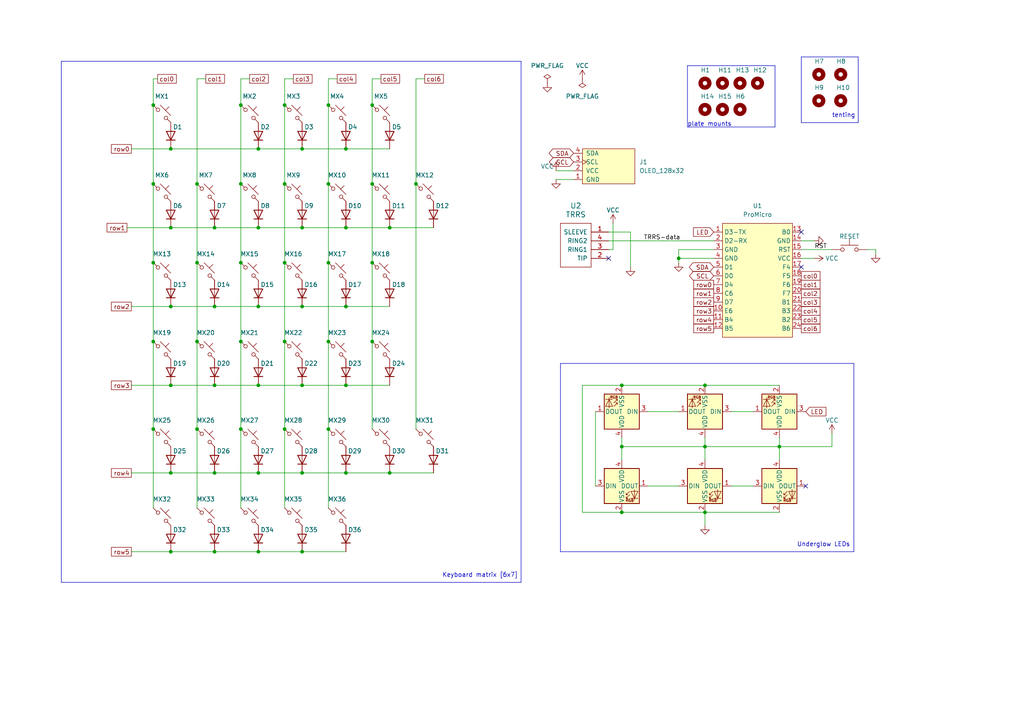
<source format=kicad_sch>
(kicad_sch (version 20230121) (generator eeschema)
  (paper "A4")
  (title_block (title "Fat-o-Tesa-Left") (rev "v0.2"))
  (lib_symbols
    (symbol "LED:SK6812MINI" (pin_names (offset 0.254))
      (property "Reference" "D" (at 5.08 5.715 0))
      (property "Value" "SK6812MINI" (at 1.27 -5.715 0))
      (symbol "SK6812MINI_0_0"
        (text "RGB" (at 2.286 -4.191 0) (effects (font (size 0.762 0.762))))
      )
      (symbol "SK6812MINI_0_1"
        (polyline (pts (xy 1.27 -3.556) (xy 1.778 -3.556)))
        (polyline (pts (xy 1.27 -2.54) (xy 1.778 -2.54)))
        (polyline (pts (xy 4.699 -3.556) (xy 2.667 -3.556)))
        (polyline (pts (xy 2.286 -2.54) (xy 1.27 -3.556) (xy 1.27 -3.048)))
        (polyline (pts (xy 2.286 -1.524) (xy 1.27 -2.54) (xy 1.27 -2.032)))
        (polyline (pts (xy 3.683 -1.016) (xy 3.683 -3.556) (xy 3.683 -4.064)))
        (polyline (pts (xy 4.699 -1.524) (xy 2.667 -1.524) (xy 3.683 -3.556) (xy 4.699 -1.524)))
        (rectangle (start 5.08 5.08) (end -5.08 -5.08) (stroke (width 0.254)) (fill (type background)))
      )
      (symbol "SK6812MINI_1_1"
        (pin output line (at 7.62 0 180) (length 2.54) (name "DOUT") (number "1"))
        (pin power_in line (at 0 -7.62 90) (length 2.54) (name "VSS") (number "2"))
        (pin input line (at -7.62 0 0) (length 2.54) (name "DIN") (number "3"))
        (pin power_in line (at 0 7.62 270) (length 2.54) (name "VDD") (number "4"))
      )
    )
    (symbol "Mechanical:MountingHole" (pin_names (offset 1.016))
      (property "Reference" "H" (at 0 5.08 0))
      (property "Value" "MountingHole" (at 0 3.175 0))
      (symbol "MountingHole_0_1"
        (circle (center 0 0) (radius 1.27) (stroke (width 1.27)))
      )
    )
    (symbol "ScottoKeebs:OLED_128x32" (pin_names (offset 1.016))
      (property "Reference" "J" (at 0 -6.35 0))
      (property "Value" "OLED_128x32" (at 0 6.35 0))
      (symbol "OLED_128x32_0_1"
        (rectangle (start 0 5.08) (end 15.24 -5.08) (fill (type background)))
      )
      (symbol "OLED_128x32_1_1"
        (pin power_in line (at -2.54 -3.81 0) (length 2.54) (name "GND") (number "1"))
        (pin power_in line (at -2.54 -1.27 0) (length 2.54) (name "VCC") (number "2"))
        (pin input clock (at -2.54 1.27 0) (length 2.54) (name "SCL") (number "3"))
        (pin bidirectional line (at -2.54 3.81 0) (length 2.54) (name "SDA") (number "4"))
      )
    )
    (symbol "ScottoKeebs:Placeholder_Diode" (pin_numbers hide) (pin_names hide)
      (property "Reference" "D" (at 0 2.54 0))
      (property "Value" "Diode" (at 0 -2.54 0))
      (symbol "Placeholder_Diode_0_1"
        (polyline (pts (xy -1.27 1.27) (xy -1.27 -1.27)) (stroke (width 0.254)))
        (polyline (pts (xy 1.27 0) (xy -1.27 0)))
        (polyline (pts (xy 1.27 1.27) (xy 1.27 -1.27) (xy -1.27 0) (xy 1.27 1.27)) (stroke (width 0.254)))
      )
      (symbol "Placeholder_Diode_1_1"
        (pin passive line (at -3.81 0 0) (length 2.54) (name "K") (number "1"))
        (pin passive line (at 3.81 0 180) (length 2.54) (name "A") (number "2"))
      )
    )
    (symbol "ScottoKeebs:Placeholder_TRRS" (pin_names (offset 1.016))
      (property "Reference" "U" (at 0 15.24 0))
      (property "Value" "TRRS" (at 0 -2.54 0))
      (symbol "Placeholder_TRRS_0_1"
        (rectangle (start -3.81 0) (end -3.81 12.7))
        (rectangle (start -3.81 0) (end 5.08 0))
        (rectangle (start -3.81 12.7) (end 5.08 12.7))
        (rectangle (start 5.08 12.7) (end 5.08 0))
      )
      (symbol "Placeholder_TRRS_1_1"
        (pin input line (at -8.89 2.54 0) (length 5.08) (name "SLEEVE") (number "1"))
        (pin input line (at -8.89 10.16 0) (length 5.08) (name "TIP") (number "2"))
        (pin input line (at -8.89 7.62 0) (length 5.08) (name "RING1") (number "3"))
        (pin input line (at -8.89 5.08 0) (length 5.08) (name "RING2") (number "4"))
      )
    )
    (symbol "Switch:SW_Push" (pin_numbers hide) (pin_names (offset 1.016) hide)
      (property "Reference" "SW" (at 1.27 2.54 0))
      (property "Value" "SW_Push" (at 0 -1.524 0))
      (symbol "SW_Push_0_1"
        (circle (center -2.032 0) (radius 0.508))
        (polyline (pts (xy 0 1.27) (xy 0 3.048)))
        (polyline (pts (xy 2.54 1.27) (xy -2.54 1.27)))
        (circle (center 2.032 0) (radius 0.508))
        (pin passive line (at -5.08 0 0) (length 2.54) (name "1") (number "1"))
        (pin passive line (at 5.08 0 180) (length 2.54) (name "2") (number "2"))
      )
    )
    (symbol "marbastlib-mx:MX_SW_HS" (pin_numbers hide) (pin_names (offset 1.016) hide)
      (property "Reference" "MX" (at 3.048 1.016 0))
      (property "Value" "MX_SW_HS" (at 0 -3.81 0))
      (symbol "MX_SW_HS_0_1"
        (circle (center -1.1684 1.1684) (radius 0.508))
        (polyline (pts (xy -0.508 2.54) (xy 2.54 -0.508)))
        (polyline (pts (xy 1.016 1.016) (xy 2.032 2.032)))
        (polyline (pts (xy -2.54 2.54) (xy -1.524 1.524) (xy -1.524 1.524)))
        (polyline (pts (xy 1.524 -1.524) (xy 2.54 -2.54) (xy 2.54 -2.54) (xy 2.54 -2.54)))
        (circle (center 1.143 -1.1938) (radius 0.508))
        (pin passive line (at -2.54 2.54 0) (length 0) (name "1") (number "1"))
        (pin passive line (at 2.54 -2.54 180) (length 0) (name "2") (number "2"))
      )
    )
    (symbol "power:GND" (power) (pin_names (offset 0))
      (property "Value" "GND" (at 0 -3.81 0))
      (symbol "GND_0_1"
        (polyline (pts (xy 0 0) (xy 0 -1.27) (xy 1.27 -1.27) (xy 0 -2.54) (xy -1.27 -1.27) (xy 0 -1.27)))
      )
      (symbol "GND_1_1"
        (pin power_in line (at 0 0 270) (length 0) hide (name "GND") (number "1"))
      )
    )
    (symbol "power:PWR_FLAG" (power) (pin_numbers hide) (pin_names (offset 0) hide)
      (property "Value" "PWR_FLAG" (at 0 3.81 0))
      (symbol "PWR_FLAG_0_0"
        (pin power_out line (at 0 0 90) (length 0) (name "pwr") (number "1"))
      )
      (symbol "PWR_FLAG_0_1"
        (polyline (pts (xy 0 0) (xy 0 1.27) (xy -1.016 1.905) (xy 0 2.54) (xy 1.016 1.905) (xy 0 1.27)))
      )
    )
    (symbol "power:VCC" (power) (pin_names (offset 0))
      (property "Value" "VCC" (at 0 3.81 0))
      (symbol "VCC_0_1"
        (polyline (pts (xy -0.762 1.27) (xy 0 2.54)))
        (polyline (pts (xy 0 0) (xy 0 2.54)))
        (polyline (pts (xy 0 2.54) (xy 0.762 1.27)))
      )
      (symbol "VCC_1_1"
        (pin power_in line (at 0 0 90) (length 0) hide (name "VCC") (number "1"))
      )
    )
    (symbol "stefang:Arduino_ProMicro_GND_VCC_PWR_INPUTS" (in_bom no)
      (property "Reference" "U2" (at 8.89 17.78 0))
      (property "Value" "ProMicro" (at 6.35 -17.78 0))
      (symbol "Arduino_ProMicro_GND_VCC_PWR_INPUTS_0_0"
        (pin bidirectional line (at -12.7 13.97 0) (length 2.54) (name "D3-TX") (number "1"))
        (pin bidirectional line (at -12.7 -8.89 0) (length 2.54) (name "E6") (number "10"))
        (pin bidirectional line (at -12.7 -11.43 0) (length 2.54) (name "B4") (number "11"))
        (pin bidirectional line (at -12.7 -13.97 0) (length 2.54) (name "B5") (number "12"))
        (pin bidirectional line (at 12.7 8.89 180) (length 2.54) (name "RST") (number "15"))
        (pin bidirectional line (at 12.7 3.81 180) (length 2.54) (name "F4") (number "17"))
        (pin bidirectional line (at 12.7 1.27 180) (length 2.54) (name "F5") (number "18"))
        (pin bidirectional line (at 12.7 -1.27 180) (length 2.54) (name "F6") (number "19"))
        (pin bidirectional line (at -12.7 11.43 0) (length 2.54) (name "D2-RX") (number "2"))
        (pin bidirectional line (at 12.7 -3.81 180) (length 2.54) (name "F7") (number "20"))
        (pin bidirectional line (at 12.7 -6.35 180) (length 2.54) (name "B1") (number "21"))
        (pin bidirectional line (at 12.7 -8.89 180) (length 2.54) (name "B3") (number "22"))
        (pin bidirectional line (at 12.7 -11.43 180) (length 2.54) (name "B2") (number "23"))
        (pin bidirectional line (at 12.7 -13.97 180) (length 2.54) (name "B6") (number "24"))
        (pin bidirectional line (at -12.7 3.81 0) (length 2.54) (name "D1") (number "5"))
        (pin bidirectional line (at -12.7 1.27 0) (length 2.54) (name "D0") (number "6"))
        (pin bidirectional line (at -12.7 -1.27 0) (length 2.54) (name "D4") (number "7"))
        (pin bidirectional line (at -12.7 -3.81 0) (length 2.54) (name "C6") (number "8"))
        (pin bidirectional line (at -12.7 -6.35 0) (length 2.54) (name "D7") (number "9"))
      )
      (symbol "Arduino_ProMicro_GND_VCC_PWR_INPUTS_1_0"
        (pin bidirectional line (at 12.7 13.97 180) (length 2.54) (name "B0") (number "13"))
        (pin power_in line (at 12.7 11.43 180) (length 2.54) (name "GND") (number "14"))
        (pin power_in line (at 12.7 6.35 180) (length 2.54) (name "VCC") (number "16"))
        (pin power_in line (at -12.7 8.89 0) (length 2.54) (name "GND") (number "3"))
        (pin power_in line (at -12.7 6.35 0) (length 2.54) (name "GND") (number "4"))
      )
      (symbol "Arduino_ProMicro_GND_VCC_PWR_INPUTS_1_1"
        (rectangle (start -10.16 16.51) (end 10.16 -16.51) (fill (type background)))
      )
    )
  )
  (junction (at 57.15 99.06))
  (junction (at 44.45 30.48))
  (junction (at 74.93 160.02))
  (junction (at 74.93 137.16))
  (junction (at 69.85 53.34))
  (junction (at 62.23 111.76))
  (junction (at 62.23 66.04))
  (junction (at 74.93 43.18))
  (junction (at 69.85 76.2))
  (junction (at 57.15 53.34))
  (junction (at 180.34 148.59))
  (junction (at 82.55 124.46))
  (junction (at 82.55 30.48))
  (junction (at 113.03 66.04))
  (junction (at 87.63 137.16))
  (junction (at 74.93 66.04))
  (junction (at 100.33 88.9))
  (junction (at 87.63 160.02))
  (junction (at 95.25 99.06))
  (junction (at 44.45 99.06))
  (junction (at 87.63 66.04))
  (junction (at 74.93 111.76))
  (junction (at 204.47 148.59))
  (junction (at 87.63 43.18))
  (junction (at 74.93 88.9))
  (junction (at 226.06 129.54))
  (junction (at 87.63 88.9))
  (junction (at 95.25 53.34))
  (junction (at 49.53 160.02))
  (junction (at 100.33 137.16))
  (junction (at 204.47 129.54))
  (junction (at 107.95 53.34))
  (junction (at 107.95 30.48))
  (junction (at 95.25 76.2))
  (junction (at 49.53 43.18))
  (junction (at 95.25 30.48))
  (junction (at 49.53 88.9))
  (junction (at 49.53 111.76))
  (junction (at 120.65 53.34))
  (junction (at 69.85 124.46))
  (junction (at 57.15 76.2))
  (junction (at 82.55 53.34))
  (junction (at 180.34 129.54))
  (junction (at 44.45 124.46))
  (junction (at 49.53 66.04))
  (junction (at 100.33 66.04))
  (junction (at 62.23 88.9))
  (junction (at 62.23 137.16))
  (junction (at 107.95 99.06))
  (junction (at 57.15 124.46))
  (junction (at 49.53 137.16))
  (junction (at 107.95 76.2))
  (junction (at 100.33 111.76))
  (junction (at 82.55 76.2))
  (junction (at 62.23 160.02))
  (junction (at 69.85 30.48))
  (junction (at 44.45 76.2))
  (junction (at 95.25 124.46))
  (junction (at 196.85 74.93))
  (junction (at 82.55 99.06))
  (junction (at 87.63 111.76))
  (junction (at 69.85 99.06))
  (junction (at 113.03 137.16))
  (junction (at 180.34 111.76))
  (junction (at 100.33 43.18))
  (junction (at 44.45 53.34))
  (junction (at 204.47 111.76))
  (no_connect (at 232.41 67.31))
  (no_connect (at 176.53 74.93))
  (no_connect (at 233.68 140.97))
  (no_connect (at 232.41 77.47))
  (wire (pts (xy 49.53 160.02) (xy 62.23 160.02)))
  (wire (pts (xy 62.23 137.16) (xy 74.93 137.16)))
  (polyline (pts (xy 232.41 35.56) (xy 248.92 35.56)))
  (wire (pts (xy 226.06 129.54) (xy 226.06 133.35)))
  (wire (pts (xy 172.72 119.38) (xy 172.72 140.97)))
  (wire (pts (xy 236.22 69.85) (xy 232.41 69.85)))
  (wire (pts (xy 226.06 127) (xy 226.06 129.54)))
  (wire (pts (xy 44.45 30.48) (xy 44.45 53.34)))
  (wire (pts (xy 180.34 129.54) (xy 180.34 133.35)))
  (wire (pts (xy 82.55 76.2) (xy 82.55 99.06)))
  (wire (pts (xy 241.3 125.73) (xy 241.3 129.54)))
  (wire (pts (xy 95.25 76.2) (xy 95.25 99.06)))
  (wire (pts (xy 187.96 119.38) (xy 196.85 119.38)))
  (wire (pts (xy 69.85 124.46) (xy 69.85 147.32)))
  (wire (pts (xy 87.63 88.9) (xy 100.33 88.9)))
  (polyline (pts (xy 199.39 36.83) (xy 224.79 36.83)))
  (polyline (pts (xy 247.65 105.41) (xy 162.56 105.41)))
  (wire (pts (xy 180.34 127) (xy 180.34 129.54)))
  (polyline (pts (xy 199.39 19.05) (xy 224.79 19.05)))
  (wire (pts (xy 100.33 66.04) (xy 87.63 66.04)))
  (wire (pts (xy 120.65 22.86) (xy 120.65 53.34)))
  (wire (pts (xy 251.46 72.39) (xy 254 72.39)))
  (wire (pts (xy 226.06 148.59) (xy 204.47 148.59)))
  (wire (pts (xy 57.15 53.34) (xy 57.15 76.2)))
  (wire (pts (xy 62.23 88.9) (xy 74.93 88.9)))
  (wire (pts (xy 87.63 43.18) (xy 100.33 43.18)))
  (wire (pts (xy 180.34 129.54) (xy 204.47 129.54)))
  (wire (pts (xy 69.85 30.48) (xy 69.85 53.34)))
  (polyline (pts (xy 232.41 16.51) (xy 232.41 35.56)))
  (polyline (pts (xy 247.65 160.02) (xy 247.65 105.41)))
  (wire (pts (xy 204.47 127) (xy 204.47 129.54)))
  (wire (pts (xy 44.45 22.86) (xy 44.45 30.48)))
  (wire (pts (xy 204.47 129.54) (xy 226.06 129.54)))
  (wire (pts (xy 45.72 22.86) (xy 44.45 22.86)))
  (wire (pts (xy 120.65 53.34) (xy 120.65 124.46)))
  (wire (pts (xy 49.53 88.9) (xy 62.23 88.9)))
  (wire (pts (xy 176.53 69.85) (xy 207.01 69.85)))
  (wire (pts (xy 44.45 53.34) (xy 44.45 76.2)))
  (wire (pts (xy 180.34 111.76) (xy 204.47 111.76)))
  (wire (pts (xy 254 72.39) (xy 254 73.66)))
  (wire (pts (xy 74.93 66.04) (xy 62.23 66.04)))
  (wire (pts (xy 182.88 67.31) (xy 182.88 77.47)))
  (wire (pts (xy 82.55 22.86) (xy 82.55 30.48)))
  (wire (pts (xy 100.33 137.16) (xy 113.03 137.16)))
  (wire (pts (xy 123.19 22.86) (xy 120.65 22.86)))
  (wire (pts (xy 74.93 160.02) (xy 87.63 160.02)))
  (wire (pts (xy 57.15 124.46) (xy 57.15 147.32)))
  (polyline (pts (xy 162.56 160.02) (xy 247.65 160.02)))
  (wire (pts (xy 57.15 99.06) (xy 57.15 124.46)))
  (wire (pts (xy 95.25 22.86) (xy 95.25 30.48)))
  (wire (pts (xy 95.25 124.46) (xy 95.25 147.32)))
  (wire (pts (xy 82.55 124.46) (xy 82.55 147.32)))
  (wire (pts (xy 107.95 53.34) (xy 107.95 76.2)))
  (wire (pts (xy 74.93 43.18) (xy 87.63 43.18)))
  (wire (pts (xy 107.95 76.2) (xy 107.95 99.06)))
  (polyline (pts (xy 199.39 19.05) (xy 199.39 36.83)))
  (polyline (pts (xy 224.79 36.83) (xy 224.79 19.05)))
  (wire (pts (xy 44.45 124.46) (xy 44.45 147.32)))
  (wire (pts (xy 187.96 140.97) (xy 196.85 140.97)))
  (wire (pts (xy 38.1 43.18) (xy 49.53 43.18)))
  (wire (pts (xy 74.93 88.9) (xy 87.63 88.9)))
  (wire (pts (xy 207.01 74.93) (xy 196.85 74.93)))
  (wire (pts (xy 62.23 66.04) (xy 49.53 66.04)))
  (wire (pts (xy 87.63 160.02) (xy 100.33 160.02)))
  (wire (pts (xy 204.47 129.54) (xy 204.47 133.35)))
  (wire (pts (xy 74.93 137.16) (xy 87.63 137.16)))
  (wire (pts (xy 176.53 72.39) (xy 177.8 72.39)))
  (wire (pts (xy 113.03 66.04) (xy 100.33 66.04)))
  (wire (pts (xy 69.85 22.86) (xy 69.85 30.48)))
  (wire (pts (xy 95.25 99.06) (xy 95.25 124.46)))
  (wire (pts (xy 57.15 22.86) (xy 57.15 53.34)))
  (polyline (pts (xy 17.78 17.78) (xy 151.13 17.78)))
  (wire (pts (xy 212.09 140.97) (xy 218.44 140.97)))
  (wire (pts (xy 161.29 52.07) (xy 166.37 52.07)))
  (wire (pts (xy 204.47 111.76) (xy 226.06 111.76)))
  (polyline (pts (xy 232.41 16.51) (xy 248.92 16.51)))
  (wire (pts (xy 161.29 49.53) (xy 166.37 49.53)))
  (wire (pts (xy 74.93 111.76) (xy 87.63 111.76)))
  (wire (pts (xy 38.1 160.02) (xy 49.53 160.02)))
  (wire (pts (xy 196.85 74.93) (xy 196.85 76.2)))
  (wire (pts (xy 87.63 66.04) (xy 74.93 66.04)))
  (polyline (pts (xy 17.78 17.78) (xy 17.78 168.91)))
  (wire (pts (xy 87.63 137.16) (xy 100.33 137.16)))
  (wire (pts (xy 107.95 30.48) (xy 107.95 53.34)))
  (polyline (pts (xy 151.13 168.91) (xy 151.13 17.78)))
  (wire (pts (xy 44.45 99.06) (xy 44.45 124.46)))
  (wire (pts (xy 207.01 72.39) (xy 196.85 72.39)))
  (wire (pts (xy 38.1 111.76) (xy 49.53 111.76)))
  (wire (pts (xy 100.33 88.9) (xy 113.03 88.9)))
  (wire (pts (xy 44.45 76.2) (xy 44.45 99.06)))
  (wire (pts (xy 36.83 66.04) (xy 49.53 66.04)))
  (wire (pts (xy 49.53 43.18) (xy 74.93 43.18)))
  (wire (pts (xy 125.73 66.04) (xy 113.03 66.04)))
  (wire (pts (xy 177.8 72.39) (xy 177.8 64.77)))
  (wire (pts (xy 85.09 22.86) (xy 82.55 22.86)))
  (wire (pts (xy 82.55 99.06) (xy 82.55 124.46)))
  (wire (pts (xy 87.63 111.76) (xy 100.33 111.76)))
  (wire (pts (xy 241.3 129.54) (xy 226.06 129.54)))
  (polyline (pts (xy 162.56 105.41) (xy 162.56 106.68)))
  (wire (pts (xy 49.53 137.16) (xy 62.23 137.16)))
  (wire (pts (xy 38.1 88.9) (xy 49.53 88.9)))
  (wire (pts (xy 100.33 43.18) (xy 113.03 43.18)))
  (polyline (pts (xy 248.92 35.56) (xy 248.92 16.51)))
  (polyline (pts (xy 162.56 106.68) (xy 162.56 160.02)))
  (wire (pts (xy 69.85 99.06) (xy 69.85 124.46)))
  (wire (pts (xy 100.33 111.76) (xy 113.03 111.76)))
  (wire (pts (xy 176.53 67.31) (xy 182.88 67.31)))
  (wire (pts (xy 82.55 53.34) (xy 82.55 76.2)))
  (wire (pts (xy 204.47 148.59) (xy 180.34 148.59)))
  (wire (pts (xy 236.22 74.93) (xy 232.41 74.93)))
  (wire (pts (xy 38.1 137.16) (xy 49.53 137.16)))
  (wire (pts (xy 212.09 119.38) (xy 218.44 119.38)))
  (wire (pts (xy 97.79 22.86) (xy 95.25 22.86)))
  (wire (pts (xy 107.95 99.06) (xy 107.95 124.46)))
  (wire (pts (xy 69.85 53.34) (xy 69.85 76.2)))
  (wire (pts (xy 204.47 152.4) (xy 204.47 148.59)))
  (wire (pts (xy 95.25 53.34) (xy 95.25 76.2)))
  (wire (pts (xy 49.53 111.76) (xy 62.23 111.76)))
  (wire (pts (xy 62.23 111.76) (xy 74.93 111.76)))
  (wire (pts (xy 168.91 111.76) (xy 180.34 111.76)))
  (wire (pts (xy 168.91 148.59) (xy 168.91 111.76)))
  (wire (pts (xy 110.49 22.86) (xy 107.95 22.86)))
  (wire (pts (xy 180.34 148.59) (xy 168.91 148.59)))
  (wire (pts (xy 113.03 137.16) (xy 125.73 137.16)))
  (wire (pts (xy 59.69 22.86) (xy 57.15 22.86)))
  (wire (pts (xy 107.95 22.86) (xy 107.95 30.48)))
  (wire (pts (xy 72.39 22.86) (xy 69.85 22.86)))
  (wire (pts (xy 57.15 76.2) (xy 57.15 99.06)))
  (wire (pts (xy 82.55 30.48) (xy 82.55 53.34)))
  (polyline (pts (xy 17.78 168.91) (xy 151.13 168.91)))
  (wire (pts (xy 95.25 30.48) (xy 95.25 53.34)))
  (wire (pts (xy 69.85 76.2) (xy 69.85 99.06)))
  (wire (pts (xy 196.85 72.39) (xy 196.85 74.93)))
  (wire (pts (xy 62.23 160.02) (xy 74.93 160.02)))
  (wire (pts (xy 232.41 72.39) (xy 241.3 72.39)))
  (text "tenting" (at 241.3 34.29 0) (effects (font (size 1.27 1.27)) (justify left bottom)))
  (text "plate mounts" (at 199.39 36.83 0) (effects (font (size 1.27 1.27)) (justify left bottom)))
  (text "Keyboard matrix [6x7]" (at 128.27 167.64 0) (effects (font (size 1.27 1.27)) (justify left bottom)))
  (text "Underglow LEDs" (at 231.14 158.75 0) (effects (font (size 1.27 1.27)) (justify left bottom)))
  (label "TRRS-data" (at 186.69 69.85 0))
  (label "RST" (at 236.22 72.39 0))
  (global_label "SCL" (shape bidirectional) (at 207.01 80.01 180) (property "Intersheetrefs" "${INTERSHEET_REFS}" (effects hide)))
  (global_label "col5" (shape passive) (at 232.41 92.71 0) (property "Intersheetrefs" "${INTERSHEET_REFS}" (effects hide)))
  (global_label "col3" (shape passive) (at 232.41 87.63 0) (property "Intersheetrefs" "${INTERSHEET_REFS}" (effects hide)))
  (global_label "row3" (shape passive) (at 38.1 111.76 180) (property "Intersheetrefs" "${INTERSHEET_REFS}" (effects hide)))
  (global_label "col2" (shape passive) (at 232.41 85.09 0) (property "Intersheetrefs" "${INTERSHEET_REFS}" (effects hide)))
  (global_label "col4" (shape passive) (at 97.79 22.86 0) (property "Intersheetrefs" "${INTERSHEET_REFS}" (effects hide)))
  (global_label "row5" (shape passive) (at 207.01 95.25 180) (property "Intersheetrefs" "${INTERSHEET_REFS}" (effects hide)))
  (global_label "col6" (shape passive) (at 232.41 95.25 0) (property "Intersheetrefs" "${INTERSHEET_REFS}" (effects hide)))
  (global_label "col0" (shape passive) (at 232.41 80.01 0) (property "Intersheetrefs" "${INTERSHEET_REFS}" (effects hide)))
  (global_label "col1" (shape passive) (at 59.69 22.86 0) (property "Intersheetrefs" "${INTERSHEET_REFS}" (effects hide)))
  (global_label "row1" (shape passive) (at 36.83 66.04 180) (property "Intersheetrefs" "${INTERSHEET_REFS}" (effects hide)))
  (global_label "col4" (shape passive) (at 232.41 90.17 0) (property "Intersheetrefs" "${INTERSHEET_REFS}" (effects hide)))
  (global_label "row3" (shape passive) (at 207.01 90.17 180) (property "Intersheetrefs" "${INTERSHEET_REFS}" (effects hide)))
  (global_label "row1" (shape passive) (at 207.01 85.09 180) (property "Intersheetrefs" "${INTERSHEET_REFS}" (effects hide)))
  (global_label "col1" (shape passive) (at 232.41 82.55 0) (property "Intersheetrefs" "${INTERSHEET_REFS}" (effects hide)))
  (global_label "row2" (shape passive) (at 207.01 87.63 180) (property "Intersheetrefs" "${INTERSHEET_REFS}" (effects hide)))
  (global_label "row4" (shape passive) (at 38.1 137.16 180) (property "Intersheetrefs" "${INTERSHEET_REFS}" (effects hide)))
  (global_label "SCL" (shape bidirectional) (at 166.37 46.99 180) (property "Intersheetrefs" "${INTERSHEET_REFS}" (effects hide)))
  (global_label "col3" (shape passive) (at 85.09 22.86 0) (property "Intersheetrefs" "${INTERSHEET_REFS}" (effects hide)))
  (global_label "row4" (shape passive) (at 207.01 92.71 180) (property "Intersheetrefs" "${INTERSHEET_REFS}" (effects hide)))
  (global_label "row5" (shape passive) (at 38.1 160.02 180) (property "Intersheetrefs" "${INTERSHEET_REFS}" (effects hide)))
  (global_label "row0" (shape passive) (at 38.1 43.18 180) (property "Intersheetrefs" "${INTERSHEET_REFS}" (effects hide)))
  (global_label "col2" (shape passive) (at 72.39 22.86 0) (property "Intersheetrefs" "${INTERSHEET_REFS}" (effects hide)))
  (global_label "row2" (shape passive) (at 38.1 88.9 180) (property "Intersheetrefs" "${INTERSHEET_REFS}" (effects hide)))
  (global_label "SDA" (shape bidirectional) (at 166.37 44.45 180) (property "Intersheetrefs" "${INTERSHEET_REFS}" (effects hide)))
  (global_label "col6" (shape passive) (at 123.19 22.86 0) (property "Intersheetrefs" "${INTERSHEET_REFS}" (effects hide)))
  (global_label "SDA" (shape bidirectional) (at 207.01 77.47 180) (property "Intersheetrefs" "${INTERSHEET_REFS}" (effects hide)))
  (global_label "col5" (shape passive) (at 110.49 22.86 0) (property "Intersheetrefs" "${INTERSHEET_REFS}" (effects hide)))
  (global_label "LED" (shape input) (at 207.01 67.31 180) (property "Intersheetrefs" "${INTERSHEET_REFS}" (effects hide)))
  (global_label "row0" (shape passive) (at 207.01 82.55 180) (property "Intersheetrefs" "${INTERSHEET_REFS}" (effects hide)))
  (global_label "LED" (shape input) (at 233.68 119.38 0) (property "Intersheetrefs" "${INTERSHEET_REFS}" (effects hide)))
  (global_label "col0" (shape passive) (at 45.72 22.86 0) (property "Intersheetrefs" "${INTERSHEET_REFS}" (effects hide)))
  (symbol (lib_id "marbastlib-mx:MX_SW_HS") (at 85.09 127 0) (unit 1)
    (property "Reference" "MX28" (at 85.09 121.92 0))
    (property "Value" "MX_SW_HS" (effects hide))
    (property "Footprint" "ScottoKeebs_MX:MX_PCB_1.00u" (effects hide))
  )
  (symbol (lib_id "Mechanical:MountingHole") (at 214.63 24.13 0) (unit 1)
    (property "Reference" "H13" (at 213.36 20.32 0) (effects (justify left)))
    (property "Value" "MountingHole" (effects hide))
    (property "Footprint" "MountingHole:MountingHole_4.3mm_M4" (effects hide))
  )
  (symbol (lib_id "marbastlib-mx:MX_SW_HS") (at 46.99 78.74 0) (unit 1)
    (property "Reference" "MX13" (at 46.99 73.66 0))
    (property "Value" "MX_SW_HS" (effects hide))
    (property "Footprint" "ScottoKeebs_MX:MX_PCB_1.50u" (effects hide))
  )
  (symbol (lib_id "marbastlib-mx:MX_SW_HS") (at 85.09 33.02 0) (unit 1)
    (property "Reference" "MX3" (at 85.09 27.94 0))
    (property "Value" "MX_SW_HS" (effects hide))
    (property "Footprint" "ScottoKeebs_MX:MX_PCB_1.00u" (effects hide))
  )
  (symbol (lib_id "marbastlib-mx:MX_SW_HS") (at 123.19 55.88 0) (unit 1)
    (property "Reference" "MX12" (at 123.19 50.8 0))
    (property "Value" "MX_SW_HS" (effects hide))
    (property "Footprint" "ScottoKeebs_MX:MX_PCB_1.00u" (effects hide))
  )
  (symbol (lib_id "ScottoKeebs:Placeholder_Diode") (at 49.53 85.09 90) (unit 1)
    (property "Reference" "D13" (at 50.165 82.55 90) (effects (justify right)))
    (property "Value" "Diode" (effects hide))
    (property "Footprint" "Diode_THT:D_DO-35_SOD27_P7.62mm_Horizontal" (effects hide))
    (property "Sim.Device" "D" (effects hide))
    (property "Sim.Pins" "1=K 2=A" (effects hide))
  )
  (symbol (lib_id "marbastlib-mx:MX_SW_HS") (at 110.49 78.74 0) (unit 1)
    (property "Reference" "MX18" (at 110.49 73.66 0))
    (property "Value" "MX_SW_HS" (effects hide))
    (property "Footprint" "ScottoKeebs_MX:MX_PCB_1.00u" (effects hide))
  )
  (symbol (lib_id "ScottoKeebs:Placeholder_Diode") (at 74.93 107.95 90) (unit 1)
    (property "Reference" "D21" (at 75.565 105.41 90) (effects (justify right)))
    (property "Value" "Diode" (effects hide))
    (property "Footprint" "Diode_THT:D_DO-35_SOD27_P7.62mm_Horizontal" (effects hide))
    (property "Sim.Device" "D" (effects hide))
    (property "Sim.Pins" "1=K 2=A" (effects hide))
  )
  (symbol (lib_id "ScottoKeebs:Placeholder_Diode") (at 113.03 85.09 90) (unit 1)
    (property "Reference" "D18" (at 113.665 82.55 90) (effects (justify right)))
    (property "Value" "Diode" (effects hide))
    (property "Footprint" "Diode_THT:D_DO-35_SOD27_P7.62mm_Horizontal" (effects hide))
    (property "Sim.Device" "D" (effects hide))
    (property "Sim.Pins" "1=K 2=A" (effects hide))
  )
  (symbol (lib_id "ScottoKeebs:Placeholder_Diode") (at 100.33 85.09 90) (unit 1)
    (property "Reference" "D17" (at 100.965 82.55 90) (effects (justify right)))
    (property "Value" "Diode" (effects hide))
    (property "Footprint" "Diode_THT:D_DO-35_SOD27_P7.62mm_Horizontal" (effects hide))
    (property "Sim.Device" "D" (effects hide))
    (property "Sim.Pins" "1=K 2=A" (effects hide))
  )
  (symbol (lib_id "ScottoKeebs:Placeholder_Diode") (at 62.23 133.35 90) (unit 1)
    (property "Reference" "D26" (at 62.865 130.81 90) (effects (justify right)))
    (property "Value" "Diode" (effects hide))
    (property "Footprint" "Diode_THT:D_DO-35_SOD27_P7.62mm_Horizontal" (effects hide))
    (property "Sim.Device" "D" (effects hide))
    (property "Sim.Pins" "1=K 2=A" (effects hide))
  )
  (symbol (lib_id "marbastlib-mx:MX_SW_HS") (at 72.39 101.6 0) (unit 1)
    (property "Reference" "MX21" (at 72.39 96.52 0))
    (property "Value" "MX_SW_HS" (effects hide))
    (property "Footprint" "ScottoKeebs_MX:MX_PCB_1.00u" (effects hide))
  )
  (symbol (lib_id "marbastlib-mx:MX_SW_HS") (at 85.09 101.6 0) (unit 1)
    (property "Reference" "MX22" (at 85.09 96.52 0))
    (property "Value" "MX_SW_HS" (effects hide))
    (property "Footprint" "ScottoKeebs_MX:MX_PCB_1.00u" (effects hide))
  )
  (symbol (lib_id "power:VCC") (at 236.22 74.93 270) (unit 1)
    (property "Reference" "#PWR011" (effects hide))
    (property "Value" "VCC" (at 241.3 74.93 90))
  )
  (symbol (lib_id "LED:SK6812MINI") (at 226.06 119.38 180) (unit 1)
    (property "Reference" "D37" (effects hide))
    (property "Value" "SK6812MINI" (effects hide))
    (property "Footprint" "LED_SMD:LED_SK6812MINI_PLCC4_3.5x3.5mm_P1.75mm" (effects hide))
    (property "Datasheet" "https://cdn-shop.adafruit.com/product-files/2686/SK6812MINI_REV.01-1-2.pdf" (effects hide))
  )
  (symbol (lib_id "ScottoKeebs:Placeholder_Diode") (at 87.63 156.21 90) (unit 1)
    (property "Reference" "D35" (at 88.265 153.67 90) (effects (justify right)))
    (property "Value" "Diode" (effects hide))
    (property "Footprint" "Diode_THT:D_DO-35_SOD27_P7.62mm_Horizontal" (effects hide))
    (property "Sim.Device" "D" (effects hide))
    (property "Sim.Pins" "1=K 2=A" (effects hide))
  )
  (symbol (lib_id "power:GND") (at 182.88 77.47 0) (unit 1)
    (property "Reference" "#PWR013" (effects hide))
    (property "Value" "GND" (effects hide))
  )
  (symbol (lib_id "Mechanical:MountingHole") (at 237.49 29.21 0) (unit 1)
    (property "Reference" "H9" (at 236.22 25.4 0) (effects (justify left)))
    (property "Value" "MountingHole" (effects hide))
    (property "Footprint" "MountingHole:MountingHole_5.3mm_M5" (effects hide))
  )
  (symbol (lib_id "marbastlib-mx:MX_SW_HS") (at 59.69 149.86 0) (unit 1)
    (property "Reference" "MX33" (at 59.69 144.78 0))
    (property "Value" "MX_SW_HS" (effects hide))
    (property "Footprint" "ScottoKeebs_MX:MX_PCB_1.25u" (effects hide))
  )
  (symbol (lib_id "ScottoKeebs:Placeholder_Diode") (at 49.53 39.37 90) (unit 1)
    (property "Reference" "D1" (at 50.165 36.83 90) (effects (justify right)))
    (property "Value" "Diode" (effects hide))
    (property "Footprint" "Diode_THT:D_DO-35_SOD27_P7.62mm_Horizontal" (effects hide))
    (property "Sim.Device" "D" (effects hide))
    (property "Sim.Pins" "1=K 2=A" (effects hide))
  )
  (symbol (lib_id "ScottoKeebs:Placeholder_Diode") (at 49.53 156.21 90) (unit 1)
    (property "Reference" "D32" (at 50.165 153.67 90) (effects (justify right)))
    (property "Value" "Diode" (effects hide))
    (property "Footprint" "Diode_THT:D_DO-35_SOD27_P7.62mm_Horizontal" (effects hide))
    (property "Sim.Device" "D" (effects hide))
    (property "Sim.Pins" "1=K 2=A" (effects hide))
  )
  (symbol (lib_id "ScottoKeebs:Placeholder_Diode") (at 62.23 156.21 90) (unit 1)
    (property "Reference" "D33" (at 62.865 153.67 90) (effects (justify right)))
    (property "Value" "Diode" (effects hide))
    (property "Footprint" "Diode_THT:D_DO-35_SOD27_P7.62mm_Horizontal" (effects hide))
    (property "Sim.Device" "D" (effects hide))
    (property "Sim.Pins" "1=K 2=A" (effects hide))
  )
  (symbol (lib_id "LED:SK6812MINI") (at 180.34 119.38 180) (unit 1)
    (property "Reference" "D39" (effects hide))
    (property "Value" "SK6812MINI" (effects hide))
    (property "Footprint" "LED_SMD:LED_SK6812MINI_PLCC4_3.5x3.5mm_P1.75mm" (effects hide))
    (property "Datasheet" "https://cdn-shop.adafruit.com/product-files/2686/SK6812MINI_REV.01-1-2.pdf" (effects hide))
  )
  (symbol (lib_id "marbastlib-mx:MX_SW_HS") (at 46.99 33.02 0) (unit 1)
    (property "Reference" "MX1" (at 46.99 27.94 0))
    (property "Value" "MX_SW_HS" (effects hide))
    (property "Footprint" "ScottoKeebs_MX:MX_PCB_1.00u" (effects hide))
  )
  (symbol (lib_id "LED:SK6812MINI") (at 180.34 140.97 0) (unit 1)
    (property "Reference" "D40" (effects hide))
    (property "Value" "SK6812MINI" (effects hide))
    (property "Footprint" "LED_SMD:LED_SK6812MINI_PLCC4_3.5x3.5mm_P1.75mm" (effects hide))
    (property "Datasheet" "https://cdn-shop.adafruit.com/product-files/2686/SK6812MINI_REV.01-1-2.pdf" (effects hide))
  )
  (symbol (lib_id "marbastlib-mx:MX_SW_HS") (at 97.79 127 0) (unit 1)
    (property "Reference" "MX29" (at 97.79 121.92 0))
    (property "Value" "MX_SW_HS" (effects hide))
    (property "Footprint" "ScottoKeebs_MX:MX_PCB_1.00u" (effects hide))
  )
  (symbol (lib_id "ScottoKeebs:Placeholder_Diode") (at 49.53 133.35 90) (unit 1)
    (property "Reference" "D25" (at 50.165 130.81 90) (effects (justify right)))
    (property "Value" "Diode" (effects hide))
    (property "Footprint" "Diode_THT:D_DO-35_SOD27_P7.62mm_Horizontal" (effects hide))
    (property "Sim.Device" "D" (effects hide))
    (property "Sim.Pins" "1=K 2=A" (effects hide))
  )
  (symbol (lib_id "ScottoKeebs:Placeholder_Diode") (at 74.93 62.23 90) (unit 1)
    (property "Reference" "D8" (at 75.565 59.69 90) (effects (justify right)))
    (property "Value" "Diode" (effects hide))
    (property "Footprint" "Diode_THT:D_DO-35_SOD27_P7.62mm_Horizontal" (effects hide))
    (property "Sim.Device" "D" (effects hide))
    (property "Sim.Pins" "1=K 2=A" (effects hide))
  )
  (symbol (lib_id "Mechanical:MountingHole") (at 219.71 24.13 0) (unit 1)
    (property "Reference" "H12" (at 218.44 20.32 0) (effects (justify left)))
    (property "Value" "MountingHole" (effects hide))
    (property "Footprint" "MountingHole:MountingHole_4.3mm_M4" (effects hide))
  )
  (symbol (lib_id "Mechanical:MountingHole") (at 243.84 29.21 0) (unit 1)
    (property "Reference" "H10" (at 242.57 25.4 0) (effects (justify left)))
    (property "Value" "MountingHole" (effects hide))
    (property "Footprint" "MountingHole:MountingHole_5.3mm_M5" (effects hide))
  )
  (symbol (lib_id "marbastlib-mx:MX_SW_HS") (at 97.79 149.86 0) (unit 1)
    (property "Reference" "MX36" (at 97.79 144.78 0))
    (property "Value" "MX_SW_HS" (effects hide))
    (property "Footprint" "ScottoKeebs_MX:MX_PCB_1.00u" (effects hide))
  )
  (symbol (lib_id "marbastlib-mx:MX_SW_HS") (at 72.39 127 0) (unit 1)
    (property "Reference" "MX27" (at 72.39 121.92 0))
    (property "Value" "MX_SW_HS" (effects hide))
    (property "Footprint" "ScottoKeebs_MX:MX_PCB_1.00u" (effects hide))
  )
  (symbol (lib_id "marbastlib-mx:MX_SW_HS") (at 72.39 149.86 0) (unit 1)
    (property "Reference" "MX34" (at 72.39 144.78 0))
    (property "Value" "MX_SW_HS" (effects hide))
    (property "Footprint" "ScottoKeebs_MX:MX_PCB_1.25u" (effects hide))
  )
  (symbol (lib_id "power:PWR_FLAG") (at 158.75 24.13 0) (unit 1)
    (property "Reference" "#FLG02" (effects hide))
    (property "Value" "PWR_FLAG" (at 158.75 19.05 0))
  )
  (symbol (lib_id "marbastlib-mx:MX_SW_HS") (at 110.49 33.02 0) (unit 1)
    (property "Reference" "MX5" (at 110.49 27.94 0))
    (property "Value" "MX_SW_HS" (effects hide))
    (property "Footprint" "ScottoKeebs_MX:MX_PCB_1.00u" (effects hide))
  )
  (symbol (lib_id "marbastlib-mx:MX_SW_HS") (at 59.69 78.74 0) (unit 1)
    (property "Reference" "MX14" (at 59.69 73.66 0))
    (property "Value" "MX_SW_HS" (effects hide))
    (property "Footprint" "ScottoKeebs_MX:MX_PCB_1.00u" (effects hide))
  )
  (symbol (lib_id "LED:SK6812MINI") (at 226.06 140.97 0) (unit 1)
    (property "Reference" "D42" (effects hide))
    (property "Value" "SK6812MINI" (effects hide))
    (property "Footprint" "LED_SMD:LED_SK6812MINI_PLCC4_3.5x3.5mm_P1.75mm" (effects hide))
    (property "Datasheet" "https://cdn-shop.adafruit.com/product-files/2686/SK6812MINI_REV.01-1-2.pdf" (effects hide))
  )
  (symbol (lib_id "marbastlib-mx:MX_SW_HS") (at 46.99 55.88 0) (unit 1)
    (property "Reference" "MX6" (at 46.99 50.8 0))
    (property "Value" "MX_SW_HS" (effects hide))
    (property "Footprint" "ScottoKeebs_MX:MX_PCB_1.00u" (effects hide))
  )
  (symbol (lib_id "marbastlib-mx:MX_SW_HS") (at 72.39 33.02 0) (unit 1)
    (property "Reference" "MX2" (at 72.39 27.94 0))
    (property "Value" "MX_SW_HS" (effects hide))
    (property "Footprint" "ScottoKeebs_MX:MX_PCB_1.00u" (effects hide))
  )
  (symbol (lib_id "power:PWR_FLAG") (at 168.91 22.86 180) (unit 1)
    (property "Reference" "#FLG01" (effects hide))
    (property "Value" "PWR_FLAG" (at 168.91 27.94 0))
  )
  (symbol (lib_id "marbastlib-mx:MX_SW_HS") (at 97.79 101.6 0) (unit 1)
    (property "Reference" "MX23" (at 97.79 96.52 0))
    (property "Value" "MX_SW_HS" (effects hide))
    (property "Footprint" "ScottoKeebs_MX:MX_PCB_1.00u" (effects hide))
  )
  (symbol (lib_id "power:GND") (at 196.85 76.2 0) (unit 1)
    (property "Reference" "#PWR09" (effects hide))
    (property "Value" "GND" (effects hide))
  )
  (symbol (lib_id "marbastlib-mx:MX_SW_HS") (at 72.39 55.88 0) (unit 1)
    (property "Reference" "MX8" (at 72.39 50.8 0))
    (property "Value" "MX_SW_HS" (effects hide))
    (property "Footprint" "ScottoKeebs_MX:MX_PCB_1.00u" (effects hide))
  )
  (symbol (lib_id "power:GND") (at 161.29 52.07 0) (unit 1)
    (property "Reference" "#PWR01" (effects hide))
    (property "Value" "GND" (effects hide))
  )
  (symbol (lib_id "marbastlib-mx:MX_SW_HS") (at 97.79 78.74 0) (unit 1)
    (property "Reference" "MX17" (at 97.79 73.66 0))
    (property "Value" "MX_SW_HS" (effects hide))
    (property "Footprint" "ScottoKeebs_MX:MX_PCB_1.00u" (effects hide))
  )
  (symbol (lib_id "marbastlib-mx:MX_SW_HS") (at 97.79 55.88 0) (unit 1)
    (property "Reference" "MX10" (at 97.79 50.8 0))
    (property "Value" "MX_SW_HS" (effects hide))
    (property "Footprint" "ScottoKeebs_MX:MX_PCB_1.00u" (effects hide))
  )
  (symbol (lib_id "Mechanical:MountingHole") (at 214.63 31.75 0) (unit 1)
    (property "Reference" "H6" (at 213.36 27.94 0) (effects (justify left)))
    (property "Value" "MountingHole" (effects hide))
    (property "Footprint" "MountingHole:MountingHole_4.3mm_M4" (effects hide))
  )
  (symbol (lib_id "ScottoKeebs:Placeholder_Diode") (at 87.63 107.95 90) (unit 1)
    (property "Reference" "D22" (at 88.265 105.41 90) (effects (justify right)))
    (property "Value" "Diode" (effects hide))
    (property "Footprint" "Diode_THT:D_DO-35_SOD27_P7.62mm_Horizontal" (effects hide))
    (property "Sim.Device" "D" (effects hide))
    (property "Sim.Pins" "1=K 2=A" (effects hide))
  )
  (symbol (lib_id "ScottoKeebs:Placeholder_Diode") (at 74.93 156.21 90) (unit 1)
    (property "Reference" "D34" (at 75.565 153.67 90) (effects (justify right)))
    (property "Value" "Diode" (effects hide))
    (property "Footprint" "Diode_THT:D_DO-35_SOD27_P7.62mm_Horizontal" (effects hide))
    (property "Sim.Device" "D" (effects hide))
    (property "Sim.Pins" "1=K 2=A" (effects hide))
  )
  (symbol (lib_id "power:GND") (at 158.75 24.13 0) (unit 1)
    (property "Reference" "#PWR04" (effects hide))
    (property "Value" "GND" (effects hide))
  )
  (symbol (lib_id "power:VCC") (at 168.91 22.86 0) (unit 1)
    (property "Reference" "#PWR05" (effects hide))
    (property "Value" "VCC" (at 168.91 19.05 0))
  )
  (symbol (lib_id "marbastlib-mx:MX_SW_HS") (at 85.09 55.88 0) (unit 1)
    (property "Reference" "MX9" (at 85.09 50.8 0))
    (property "Value" "MX_SW_HS" (effects hide))
    (property "Footprint" "ScottoKeebs_MX:MX_PCB_1.00u" (effects hide))
  )
  (symbol (lib_id "Mechanical:MountingHole") (at 204.47 31.75 0) (unit 1)
    (property "Reference" "H14" (at 203.2 27.94 0) (effects (justify left)))
    (property "Value" "MountingHole" (effects hide))
    (property "Footprint" "MountingHole:MountingHole_4.3mm_M4" (effects hide))
  )
  (symbol (lib_id "marbastlib-mx:MX_SW_HS") (at 59.69 127 0) (unit 1)
    (property "Reference" "MX26" (at 59.69 121.92 0))
    (property "Value" "MX_SW_HS" (effects hide))
    (property "Footprint" "ScottoKeebs_MX:MX_PCB_1.00u" (effects hide))
  )
  (symbol (lib_id "ScottoKeebs:Placeholder_Diode") (at 49.53 62.23 90) (unit 1)
    (property "Reference" "D6" (at 50.165 59.69 90) (effects (justify right)))
    (property "Value" "Diode" (effects hide))
    (property "Footprint" "Diode_THT:D_DO-35_SOD27_P7.62mm_Horizontal" (effects hide))
    (property "Sim.Device" "D" (effects hide))
    (property "Sim.Pins" "1=K 2=A" (effects hide))
  )
  (symbol (lib_id "power:VCC") (at 177.8 64.77 0) (unit 1)
    (property "Reference" "#PWR014" (effects hide))
    (property "Value" "VCC" (at 177.8 60.96 0))
  )
  (symbol (lib_id "ScottoKeebs:Placeholder_Diode") (at 100.33 62.23 90) (unit 1)
    (property "Reference" "D10" (at 100.965 59.69 90) (effects (justify right)))
    (property "Value" "Diode" (effects hide))
    (property "Footprint" "Diode_THT:D_DO-35_SOD27_P7.62mm_Horizontal" (effects hide))
    (property "Sim.Device" "D" (effects hide))
    (property "Sim.Pins" "1=K 2=A" (effects hide))
  )
  (symbol (lib_id "marbastlib-mx:MX_SW_HS") (at 97.79 33.02 0) (unit 1)
    (property "Reference" "MX4" (at 97.79 27.94 0))
    (property "Value" "MX_SW_HS" (effects hide))
    (property "Footprint" "ScottoKeebs_MX:MX_PCB_1.00u" (effects hide))
  )
  (symbol (lib_id "marbastlib-mx:MX_SW_HS") (at 46.99 127 0) (unit 1)
    (property "Reference" "MX25" (at 46.99 121.92 0))
    (property "Value" "MX_SW_HS" (effects hide))
    (property "Footprint" "ScottoKeebs_MX:MX_PCB_1.25u" (effects hide))
  )
  (symbol (lib_id "stefang:Arduino_ProMicro_GND_VCC_PWR_INPUTS") (at 219.71 81.28 0) (unit 1) (in_bom no)
    (property "Reference" "U1" (at 219.71 59.69 0))
    (property "Value" "ProMicro" (at 219.71 62.23 0))
    (property "Footprint" "marbastlib-xp-promicroish:ProMicro_Reversible_Single" (effects hide))
  )
  (symbol (lib_id "Mechanical:MountingHole") (at 243.84 21.59 0) (unit 1)
    (property "Reference" "H8" (at 242.57 17.78 0) (effects (justify left)))
    (property "Value" "MountingHole" (effects hide))
    (property "Footprint" "MountingHole:MountingHole_5.3mm_M5" (effects hide))
  )
  (symbol (lib_id "Switch:SW_Push") (at 246.38 72.39 0) (unit 1)
    (property "Reference" "SW2" (effects hide))
    (property "Value" "RESET" (at 246.38 68.58 0))
    (property "Footprint" "kbd:ResetSMD_SG" (effects hide))
  )
  (symbol (lib_id "marbastlib-mx:MX_SW_HS") (at 46.99 101.6 0) (unit 1)
    (property "Reference" "MX19" (at 46.99 96.52 0))
    (property "Value" "MX_SW_HS" (effects hide))
    (property "Footprint" "ScottoKeebs_MX:MX_PCB_1.75u" (effects hide))
  )
  (symbol (lib_id "marbastlib-mx:MX_SW_HS") (at 85.09 149.86 0) (unit 1)
    (property "Reference" "MX35" (at 85.09 144.78 0))
    (property "Value" "MX_SW_HS" (effects hide))
    (property "Footprint" "ScottoKeebs_MX:MX_PCB_1.75u" (effects hide))
  )
  (symbol (lib_id "marbastlib-mx:MX_SW_HS") (at 110.49 55.88 0) (unit 1)
    (property "Reference" "MX11" (at 110.49 50.8 0))
    (property "Value" "MX_SW_HS" (effects hide))
    (property "Footprint" "ScottoKeebs_MX:MX_PCB_1.00u" (effects hide))
  )
  (symbol (lib_id "Mechanical:MountingHole") (at 209.55 31.75 0) (unit 1)
    (property "Reference" "H15" (at 208.28 27.94 0) (effects (justify left)))
    (property "Value" "MountingHole" (effects hide))
    (property "Footprint" "MountingHole:MountingHole_4.3mm_M4" (effects hide))
  )
  (symbol (lib_id "marbastlib-mx:MX_SW_HS") (at 123.19 127 0) (unit 1)
    (property "Reference" "MX31" (at 123.19 121.92 0))
    (property "Value" "MX_SW_HS" (effects hide))
    (property "Footprint" "ScottoKeebs_MX:MX_PCB_1.00u" (effects hide))
  )
  (symbol (lib_id "Mechanical:MountingHole") (at 204.47 24.13 0) (unit 1)
    (property "Reference" "H1" (at 203.2 20.32 0) (effects (justify left)))
    (property "Value" "MountingHole" (effects hide))
    (property "Footprint" "MountingHole:MountingHole_4.3mm_M4" (effects hide))
  )
  (symbol (lib_id "ScottoKeebs:Placeholder_Diode") (at 113.03 39.37 90) (unit 1)
    (property "Reference" "D5" (at 113.665 36.83 90) (effects (justify right)))
    (property "Value" "Diode" (effects hide))
    (property "Footprint" "Diode_THT:D_DO-35_SOD27_P7.62mm_Horizontal" (effects hide))
    (property "Sim.Device" "D" (effects hide))
    (property "Sim.Pins" "1=K 2=A" (effects hide))
  )
  (symbol (lib_id "ScottoKeebs:Placeholder_Diode") (at 100.33 133.35 90) (unit 1)
    (property "Reference" "D29" (at 100.965 130.81 90) (effects (justify right)))
    (property "Value" "Diode" (effects hide))
    (property "Footprint" "Diode_THT:D_DO-35_SOD27_P7.62mm_Horizontal" (effects hide))
    (property "Sim.Device" "D" (effects hide))
    (property "Sim.Pins" "1=K 2=A" (effects hide))
  )
  (symbol (lib_id "ScottoKeebs:Placeholder_Diode") (at 74.93 85.09 90) (unit 1)
    (property "Reference" "D15" (at 75.565 82.55 90) (effects (justify right)))
    (property "Value" "Diode" (effects hide))
    (property "Footprint" "Diode_THT:D_DO-35_SOD27_P7.62mm_Horizontal" (effects hide))
    (property "Sim.Device" "D" (effects hide))
    (property "Sim.Pins" "1=K 2=A" (effects hide))
  )
  (symbol (lib_id "ScottoKeebs:Placeholder_Diode") (at 100.33 107.95 90) (unit 1)
    (property "Reference" "D23" (at 100.965 105.41 90) (effects (justify right)))
    (property "Value" "Diode" (effects hide))
    (property "Footprint" "Diode_THT:D_DO-35_SOD27_P7.62mm_Horizontal" (effects hide))
    (property "Sim.Device" "D" (effects hide))
    (property "Sim.Pins" "1=K 2=A" (effects hide))
  )
  (symbol (lib_id "marbastlib-mx:MX_SW_HS") (at 110.49 101.6 0) (unit 1)
    (property "Reference" "MX24" (at 110.49 96.52 0))
    (property "Value" "MX_SW_HS" (effects hide))
    (property "Footprint" "ScottoKeebs_MX:MX_PCB_1.00u" (effects hide))
  )
  (symbol (lib_id "power:GND") (at 254 73.66 0) (unit 1)
    (property "Reference" "#PWR012" (effects hide))
    (property "Value" "GND" (effects hide))
  )
  (symbol (lib_id "ScottoKeebs:Placeholder_Diode") (at 62.23 107.95 90) (unit 1)
    (property "Reference" "D20" (at 62.865 105.41 90) (effects (justify right)))
    (property "Value" "Diode" (effects hide))
    (property "Footprint" "Diode_THT:D_DO-35_SOD27_P7.62mm_Horizontal" (effects hide))
    (property "Sim.Device" "D" (effects hide))
    (property "Sim.Pins" "1=K 2=A" (effects hide))
  )
  (symbol (lib_id "marbastlib-mx:MX_SW_HS") (at 59.69 101.6 0) (unit 1)
    (property "Reference" "MX20" (at 59.69 96.52 0))
    (property "Value" "MX_SW_HS" (effects hide))
    (property "Footprint" "ScottoKeebs_MX:MX_PCB_1.00u" (effects hide))
  )
  (symbol (lib_id "ScottoKeebs:Placeholder_Diode") (at 87.63 39.37 90) (unit 1)
    (property "Reference" "D3" (at 88.265 36.83 90) (effects (justify right)))
    (property "Value" "Diode" (effects hide))
    (property "Footprint" "Diode_THT:D_DO-35_SOD27_P7.62mm_Horizontal" (effects hide))
    (property "Sim.Device" "D" (effects hide))
    (property "Sim.Pins" "1=K 2=A" (effects hide))
  )
  (symbol (lib_id "marbastlib-mx:MX_SW_HS") (at 46.99 149.86 0) (unit 1)
    (property "Reference" "MX32" (at 46.99 144.78 0))
    (property "Value" "MX_SW_HS" (effects hide))
    (property "Footprint" "ScottoKeebs_MX:MX_PCB_1.25u" (effects hide))
  )
  (symbol (lib_id "power:GND") (at 236.22 69.85 90) (unit 1)
    (property "Reference" "#PWR010" (effects hide))
    (property "Value" "GND" (effects hide))
  )
  (symbol (lib_id "marbastlib-mx:MX_SW_HS") (at 85.09 78.74 0) (unit 1)
    (property "Reference" "MX16" (at 85.09 73.66 0))
    (property "Value" "MX_SW_HS" (effects hide))
    (property "Footprint" "ScottoKeebs_MX:MX_PCB_1.00u" (effects hide))
  )
  (symbol (lib_id "ScottoKeebs:Placeholder_TRRS") (at 167.64 64.77 180) (unit 1)
    (property "Reference" "U2" (at 167.005 59.69 0) (effects (font (size 1.524 1.524))))
    (property "Value" "TRRS" (at 167.005 62.23 0) (effects (font (size 1.524 1.524))))
    (property "Footprint" "ScottoKeebs_Components:TRRS_PJ-320A" (effects hide))
  )
  (symbol (lib_id "ScottoKeebs:Placeholder_Diode") (at 100.33 156.21 90) (unit 1)
    (property "Reference" "D36" (at 100.965 153.67 90) (effects (justify right)))
    (property "Value" "Diode" (effects hide))
    (property "Footprint" "Diode_THT:D_DO-35_SOD27_P7.62mm_Horizontal" (effects hide))
    (property "Sim.Device" "D" (effects hide))
    (property "Sim.Pins" "1=K 2=A" (effects hide))
  )
  (symbol (lib_id "power:GND") (at 204.47 152.4 0) (unit 1)
    (property "Reference" "#PWR02" (effects hide))
    (property "Value" "GND" (effects hide))
  )
  (symbol (lib_id "ScottoKeebs:Placeholder_Diode") (at 62.23 85.09 90) (unit 1)
    (property "Reference" "D14" (at 62.865 82.55 90) (effects (justify right)))
    (property "Value" "Diode" (effects hide))
    (property "Footprint" "Diode_THT:D_DO-35_SOD27_P7.62mm_Horizontal" (effects hide))
    (property "Sim.Device" "D" (effects hide))
    (property "Sim.Pins" "1=K 2=A" (effects hide))
  )
  (symbol (lib_id "marbastlib-mx:MX_SW_HS") (at 72.39 78.74 0) (unit 1)
    (property "Reference" "MX15" (at 72.39 73.66 0))
    (property "Value" "MX_SW_HS" (effects hide))
    (property "Footprint" "ScottoKeebs_MX:MX_PCB_1.00u" (effects hide))
  )
  (symbol (lib_id "ScottoKeebs:OLED_128x32") (at 168.91 48.26 0) (unit 1)
    (property "Reference" "J1" (at 185.42 46.99 0) (effects (justify left)))
    (property "Value" "OLED_128x32" (at 185.42 49.53 0) (effects (justify left)))
    (property "Footprint" "ScottoKeebs_Components:OLED_128x32" (effects hide))
  )
  (symbol (lib_id "marbastlib-mx:MX_SW_HS") (at 59.69 55.88 0) (unit 1)
    (property "Reference" "MX7" (at 59.69 50.8 0))
    (property "Value" "MX_SW_HS" (effects hide))
    (property "Footprint" "ScottoKeebs_MX:MX_PCB_1.00u" (effects hide))
  )
  (symbol (lib_id "LED:SK6812MINI") (at 204.47 140.97 0) (unit 1)
    (property "Reference" "D41" (effects hide))
    (property "Value" "SK6812MINI" (effects hide))
    (property "Footprint" "LED_SMD:LED_SK6812MINI_PLCC4_3.5x3.5mm_P1.75mm" (effects hide))
    (property "Datasheet" "https://cdn-shop.adafruit.com/product-files/2686/SK6812MINI_REV.01-1-2.pdf" (effects hide))
  )
  (symbol (lib_id "ScottoKeebs:Placeholder_Diode") (at 125.73 133.35 90) (unit 1)
    (property "Reference" "D31" (at 126.365 130.81 90) (effects (justify right)))
    (property "Value" "Diode" (effects hide))
    (property "Footprint" "Diode_THT:D_DO-35_SOD27_P7.62mm_Horizontal" (effects hide))
    (property "Sim.Device" "D" (effects hide))
    (property "Sim.Pins" "1=K 2=A" (effects hide))
  )
  (symbol (lib_id "ScottoKeebs:Placeholder_Diode") (at 125.73 62.23 90) (unit 1)
    (property "Reference" "D12" (at 126.365 59.69 90) (effects (justify right)))
    (property "Value" "Diode" (effects hide))
    (property "Footprint" "Diode_THT:D_DO-35_SOD27_P7.62mm_Horizontal" (effects hide))
    (property "Sim.Device" "D" (effects hide))
    (property "Sim.Pins" "1=K 2=A" (effects hide))
  )
  (symbol (lib_id "LED:SK6812MINI") (at 204.47 119.38 180) (unit 1)
    (property "Reference" "D38" (effects hide))
    (property "Value" "SK6812MINI" (effects hide))
    (property "Footprint" "LED_SMD:LED_SK6812MINI_PLCC4_3.5x3.5mm_P1.75mm" (effects hide))
    (property "Datasheet" "https://cdn-shop.adafruit.com/product-files/2686/SK6812MINI_REV.01-1-2.pdf" (effects hide))
  )
  (symbol (lib_id "ScottoKeebs:Placeholder_Diode") (at 113.03 107.95 90) (unit 1)
    (property "Reference" "D24" (at 113.665 105.41 90) (effects (justify right)))
    (property "Value" "Diode" (effects hide))
    (property "Footprint" "Diode_THT:D_DO-35_SOD27_P7.62mm_Horizontal" (effects hide))
    (property "Sim.Device" "D" (effects hide))
    (property "Sim.Pins" "1=K 2=A" (effects hide))
  )
  (symbol (lib_id "ScottoKeebs:Placeholder_Diode") (at 74.93 133.35 90) (unit 1)
    (property "Reference" "D27" (at 75.565 130.81 90) (effects (justify right)))
    (property "Value" "Diode" (effects hide))
    (property "Footprint" "Diode_THT:D_DO-35_SOD27_P7.62mm_Horizontal" (effects hide))
    (property "Sim.Device" "D" (effects hide))
    (property "Sim.Pins" "1=K 2=A" (effects hide))
  )
  (symbol (lib_id "ScottoKeebs:Placeholder_Diode") (at 87.63 85.09 90) (unit 1)
    (property "Reference" "D16" (at 88.265 82.55 90) (effects (justify right)))
    (property "Value" "Diode" (effects hide))
    (property "Footprint" "Diode_THT:D_DO-35_SOD27_P7.62mm_Horizontal" (effects hide))
    (property "Sim.Device" "D" (effects hide))
    (property "Sim.Pins" "1=K 2=A" (effects hide))
  )
  (symbol (lib_id "ScottoKeebs:Placeholder_Diode") (at 62.23 62.23 90) (unit 1)
    (property "Reference" "D7" (at 62.865 59.69 90) (effects (justify right)))
    (property "Value" "Diode" (effects hide))
    (property "Footprint" "Diode_THT:D_DO-35_SOD27_P7.62mm_Horizontal" (effects hide))
    (property "Sim.Device" "D" (effects hide))
    (property "Sim.Pins" "1=K 2=A" (effects hide))
  )
  (symbol (lib_id "ScottoKeebs:Placeholder_Diode") (at 113.03 133.35 90) (unit 1)
    (property "Reference" "D30" (at 113.665 130.81 90) (effects (justify right)))
    (property "Value" "Diode" (effects hide))
    (property "Footprint" "Diode_THT:D_DO-35_SOD27_P7.62mm_Horizontal" (effects hide))
    (property "Sim.Device" "D" (effects hide))
    (property "Sim.Pins" "1=K 2=A" (effects hide))
  )
  (symbol (lib_id "ScottoKeebs:Placeholder_Diode") (at 87.63 133.35 90) (unit 1)
    (property "Reference" "D28" (at 88.265 130.81 90) (effects (justify right)))
    (property "Value" "Diode" (effects hide))
    (property "Footprint" "Diode_THT:D_DO-35_SOD27_P7.62mm_Horizontal" (effects hide))
    (property "Sim.Device" "D" (effects hide))
    (property "Sim.Pins" "1=K 2=A" (effects hide))
  )
  (symbol (lib_id "ScottoKeebs:Placeholder_Diode") (at 87.63 62.23 90) (unit 1)
    (property "Reference" "D9" (at 88.265 59.69 90) (effects (justify right)))
    (property "Value" "Diode" (effects hide))
    (property "Footprint" "Diode_THT:D_DO-35_SOD27_P7.62mm_Horizontal" (effects hide))
    (property "Sim.Device" "D" (effects hide))
    (property "Sim.Pins" "1=K 2=A" (effects hide))
  )
  (symbol (lib_id "ScottoKeebs:Placeholder_Diode") (at 100.33 39.37 90) (unit 1)
    (property "Reference" "D4" (at 100.965 36.83 90) (effects (justify right)))
    (property "Value" "Diode" (effects hide))
    (property "Footprint" "Diode_THT:D_DO-35_SOD27_P7.62mm_Horizontal" (effects hide))
    (property "Sim.Device" "D" (effects hide))
    (property "Sim.Pins" "1=K 2=A" (effects hide))
  )
  (symbol (lib_id "marbastlib-mx:MX_SW_HS") (at 110.49 127 0) (unit 1)
    (property "Reference" "MX30" (at 110.49 121.92 0))
    (property "Value" "MX_SW_HS" (effects hide))
    (property "Footprint" "ScottoKeebs_MX:MX_PCB_1.00u" (effects hide))
  )
  (symbol (lib_id "Mechanical:MountingHole") (at 237.49 21.59 0) (unit 1)
    (property "Reference" "H7" (at 236.22 17.78 0) (effects (justify left)))
    (property "Value" "MountingHole" (effects hide))
    (property "Footprint" "MountingHole:MountingHole_5.3mm_M5" (effects hide))
  )
  (symbol (lib_id "power:VCC") (at 241.3 125.73 0) (unit 1)
    (property "Reference" "#PWR03" (effects hide))
    (property "Value" "VCC" (at 241.3 121.92 0))
  )
  (symbol (lib_id "ScottoKeebs:Placeholder_Diode") (at 113.03 62.23 90) (unit 1)
    (property "Reference" "D11" (at 113.665 59.69 90) (effects (justify right)))
    (property "Value" "Diode" (effects hide))
    (property "Footprint" "Diode_THT:D_DO-35_SOD27_P7.62mm_Horizontal" (effects hide))
    (property "Sim.Device" "D" (effects hide))
    (property "Sim.Pins" "1=K 2=A" (effects hide))
  )
  (symbol (lib_id "Mechanical:MountingHole") (at 209.55 24.13 0) (unit 1)
    (property "Reference" "H11" (at 208.28 20.32 0) (effects (justify left)))
    (property "Value" "MountingHole" (effects hide))
    (property "Footprint" "MountingHole:MountingHole_4.3mm_M4" (effects hide))
  )
  (symbol (lib_id "ScottoKeebs:Placeholder_Diode") (at 49.53 107.95 90) (unit 1)
    (property "Reference" "D19" (at 50.165 105.41 90) (effects (justify right)))
    (property "Value" "Diode" (effects hide))
    (property "Footprint" "Diode_THT:D_DO-35_SOD27_P7.62mm_Horizontal" (effects hide))
    (property "Sim.Device" "D" (effects hide))
    (property "Sim.Pins" "1=K 2=A" (effects hide))
  )
  (symbol (lib_id "power:VCC") (at 161.29 49.53 0) (unit 1)
    (property "Reference" "#PWR06" (effects hide))
    (property "Value" "VCC" (at 158.75 48.26 0))
  )
  (symbol (lib_id "ScottoKeebs:Placeholder_Diode") (at 74.93 39.37 90) (unit 1)
    (property "Reference" "D2" (at 75.565 36.83 90) (effects (justify right)))
    (property "Value" "Diode" (effects hide))
    (property "Footprint" "Diode_THT:D_DO-35_SOD27_P7.62mm_Horizontal" (effects hide))
    (property "Sim.Device" "D" (effects hide))
    (property "Sim.Pins" "1=K 2=A" (effects hide))
  )
)
</source>
